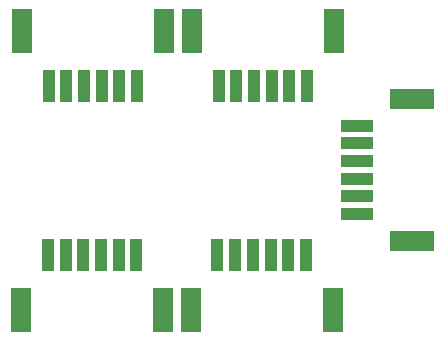
<source format=gtp>
G04*
G04 #@! TF.GenerationSoftware,Altium Limited,Altium Designer,19.1.8 (144)*
G04*
G04 Layer_Color=8421504*
%FSLAX44Y44*%
%MOMM*%
G71*
G01*
G75*
%ADD16R,1.8000X3.8000*%
%ADD17R,1.0000X2.7000*%
%ADD18R,3.8000X1.8000*%
%ADD19R,2.7000X1.0000*%
D16*
X1621500Y2605000D02*
D03*
X1501500D02*
D03*
X1477881D02*
D03*
X1357881D02*
D03*
X1502500Y2842000D02*
D03*
X1622500D02*
D03*
X1358500D02*
D03*
X1478500D02*
D03*
D17*
X1599000Y2652000D02*
D03*
X1584000D02*
D03*
X1569000D02*
D03*
X1554000D02*
D03*
X1539000D02*
D03*
X1524000D02*
D03*
X1455381D02*
D03*
X1440381D02*
D03*
X1425381D02*
D03*
X1410381D02*
D03*
X1395381D02*
D03*
X1380381D02*
D03*
X1525000Y2795000D02*
D03*
X1540000D02*
D03*
X1555000D02*
D03*
X1570000D02*
D03*
X1585000D02*
D03*
X1600000D02*
D03*
X1381000D02*
D03*
X1396000D02*
D03*
X1411000D02*
D03*
X1426000D02*
D03*
X1441000D02*
D03*
X1456000D02*
D03*
D18*
X1689000Y2784000D02*
D03*
Y2664000D02*
D03*
D19*
X1642000Y2761500D02*
D03*
Y2746500D02*
D03*
Y2731500D02*
D03*
Y2716500D02*
D03*
Y2701500D02*
D03*
Y2686500D02*
D03*
M02*

</source>
